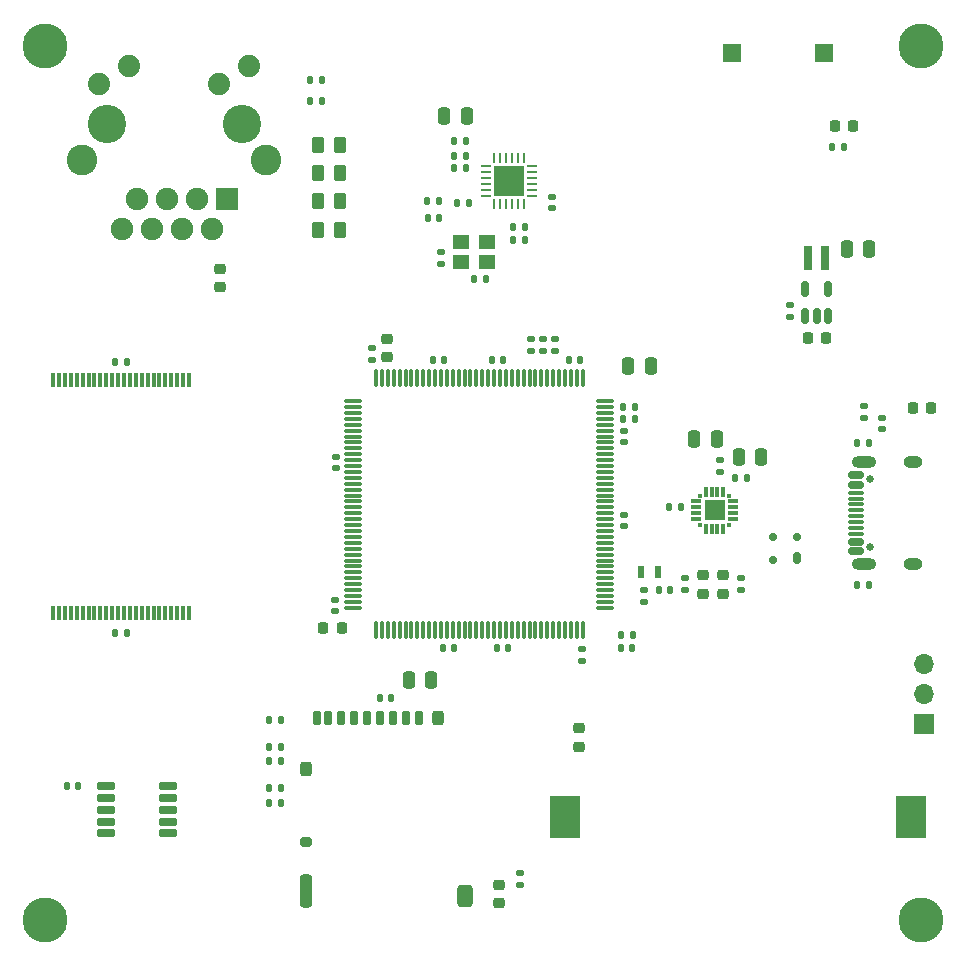
<source format=gts>
G04 #@! TF.GenerationSoftware,KiCad,Pcbnew,8.0.5-1.fc40*
G04 #@! TF.CreationDate,2024-10-08T11:32:39-07:00*
G04 #@! TF.ProjectId,stm32simh,73746d33-3273-4696-9d68-2e6b69636164,rev?*
G04 #@! TF.SameCoordinates,Original*
G04 #@! TF.FileFunction,Soldermask,Top*
G04 #@! TF.FilePolarity,Negative*
%FSLAX46Y46*%
G04 Gerber Fmt 4.6, Leading zero omitted, Abs format (unit mm)*
G04 Created by KiCad (PCBNEW 8.0.5-1.fc40) date 2024-10-08 11:32:39*
%MOMM*%
%LPD*%
G01*
G04 APERTURE LIST*
G04 Aperture macros list*
%AMRoundRect*
0 Rectangle with rounded corners*
0 $1 Rounding radius*
0 $2 $3 $4 $5 $6 $7 $8 $9 X,Y pos of 4 corners*
0 Add a 4 corners polygon primitive as box body*
4,1,4,$2,$3,$4,$5,$6,$7,$8,$9,$2,$3,0*
0 Add four circle primitives for the rounded corners*
1,1,$1+$1,$2,$3*
1,1,$1+$1,$4,$5*
1,1,$1+$1,$6,$7*
1,1,$1+$1,$8,$9*
0 Add four rect primitives between the rounded corners*
20,1,$1+$1,$2,$3,$4,$5,0*
20,1,$1+$1,$4,$5,$6,$7,0*
20,1,$1+$1,$6,$7,$8,$9,0*
20,1,$1+$1,$8,$9,$2,$3,0*%
G04 Aperture macros list end*
%ADD10RoundRect,0.135000X-0.185000X0.135000X-0.185000X-0.135000X0.185000X-0.135000X0.185000X0.135000X0*%
%ADD11RoundRect,0.225000X0.250000X-0.225000X0.250000X0.225000X-0.250000X0.225000X-0.250000X-0.225000X0*%
%ADD12RoundRect,0.218750X0.218750X0.256250X-0.218750X0.256250X-0.218750X-0.256250X0.218750X-0.256250X0*%
%ADD13RoundRect,0.135000X0.185000X-0.135000X0.185000X0.135000X-0.185000X0.135000X-0.185000X-0.135000X0*%
%ADD14RoundRect,0.140000X0.170000X-0.140000X0.170000X0.140000X-0.170000X0.140000X-0.170000X-0.140000X0*%
%ADD15C,3.800000*%
%ADD16RoundRect,0.135000X-0.135000X-0.185000X0.135000X-0.185000X0.135000X0.185000X-0.135000X0.185000X0*%
%ADD17RoundRect,0.140000X-0.140000X-0.170000X0.140000X-0.170000X0.140000X0.170000X-0.140000X0.170000X0*%
%ADD18RoundRect,0.250000X-0.262500X-0.450000X0.262500X-0.450000X0.262500X0.450000X-0.262500X0.450000X0*%
%ADD19R,1.700000X1.700000*%
%ADD20O,1.700000X1.700000*%
%ADD21RoundRect,0.250000X-0.250000X-0.475000X0.250000X-0.475000X0.250000X0.475000X-0.250000X0.475000X0*%
%ADD22RoundRect,0.140000X0.140000X0.170000X-0.140000X0.170000X-0.140000X-0.170000X0.140000X-0.170000X0*%
%ADD23RoundRect,0.250000X0.250000X0.475000X-0.250000X0.475000X-0.250000X-0.475000X0.250000X-0.475000X0*%
%ADD24RoundRect,0.175000X-0.175000X-0.425000X0.175000X-0.425000X0.175000X0.425000X-0.175000X0.425000X0*%
%ADD25RoundRect,0.200000X-0.300000X-0.200000X0.300000X-0.200000X0.300000X0.200000X-0.300000X0.200000X0*%
%ADD26RoundRect,0.250000X-0.250000X-0.350000X0.250000X-0.350000X0.250000X0.350000X-0.250000X0.350000X0*%
%ADD27RoundRect,0.250000X-0.250000X-1.150000X0.250000X-1.150000X0.250000X1.150000X-0.250000X1.150000X0*%
%ADD28RoundRect,0.325000X-0.325000X-0.625000X0.325000X-0.625000X0.325000X0.625000X-0.325000X0.625000X0*%
%ADD29RoundRect,0.062500X0.062500X-0.375000X0.062500X0.375000X-0.062500X0.375000X-0.062500X-0.375000X0*%
%ADD30RoundRect,0.062500X0.375000X-0.062500X0.375000X0.062500X-0.375000X0.062500X-0.375000X-0.062500X0*%
%ADD31R,2.500000X2.500000*%
%ADD32RoundRect,0.140000X-0.170000X0.140000X-0.170000X-0.140000X0.170000X-0.140000X0.170000X0.140000X0*%
%ADD33C,0.650000*%
%ADD34RoundRect,0.150000X0.500000X-0.150000X0.500000X0.150000X-0.500000X0.150000X-0.500000X-0.150000X0*%
%ADD35RoundRect,0.075000X0.575000X-0.075000X0.575000X0.075000X-0.575000X0.075000X-0.575000X-0.075000X0*%
%ADD36O,2.100000X1.000000*%
%ADD37O,1.600000X1.000000*%
%ADD38RoundRect,0.225000X-0.225000X-0.250000X0.225000X-0.250000X0.225000X0.250000X-0.225000X0.250000X0*%
%ADD39RoundRect,0.150000X-0.637500X-0.150000X0.637500X-0.150000X0.637500X0.150000X-0.637500X0.150000X0*%
%ADD40R,2.600000X3.600000*%
%ADD41C,3.250000*%
%ADD42C,1.890000*%
%ADD43R,1.900000X1.900000*%
%ADD44C,1.900000*%
%ADD45C,2.600000*%
%ADD46RoundRect,0.147500X-0.147500X-0.172500X0.147500X-0.172500X0.147500X0.172500X-0.147500X0.172500X0*%
%ADD47RoundRect,0.218750X-0.256250X0.218750X-0.256250X-0.218750X0.256250X-0.218750X0.256250X0.218750X0*%
%ADD48RoundRect,0.175000X0.175000X0.325000X-0.175000X0.325000X-0.175000X-0.325000X0.175000X-0.325000X0*%
%ADD49RoundRect,0.150000X0.200000X0.150000X-0.200000X0.150000X-0.200000X-0.150000X0.200000X-0.150000X0*%
%ADD50RoundRect,0.075000X0.662500X0.075000X-0.662500X0.075000X-0.662500X-0.075000X0.662500X-0.075000X0*%
%ADD51RoundRect,0.075000X0.075000X0.662500X-0.075000X0.662500X-0.075000X-0.662500X0.075000X-0.662500X0*%
%ADD52R,0.600000X1.100000*%
%ADD53R,1.800000X1.800000*%
%ADD54R,0.300000X0.300000*%
%ADD55R,0.900000X0.300000*%
%ADD56R,0.300000X0.900000*%
%ADD57RoundRect,0.147500X-0.172500X0.147500X-0.172500X-0.147500X0.172500X-0.147500X0.172500X0.147500X0*%
%ADD58R,1.500000X1.500000*%
%ADD59RoundRect,0.135000X0.135000X0.185000X-0.135000X0.185000X-0.135000X-0.185000X0.135000X-0.185000X0*%
%ADD60RoundRect,0.225000X-0.250000X0.225000X-0.250000X-0.225000X0.250000X-0.225000X0.250000X0.225000X0*%
%ADD61R,0.300000X1.300000*%
%ADD62RoundRect,0.218750X-0.218750X-0.256250X0.218750X-0.256250X0.218750X0.256250X-0.218750X0.256250X0*%
%ADD63R,1.400000X1.200000*%
%ADD64R,0.700000X2.000000*%
%ADD65RoundRect,0.150000X0.150000X-0.512500X0.150000X0.512500X-0.150000X0.512500X-0.150000X-0.512500X0*%
%ADD66RoundRect,0.225000X0.225000X0.250000X-0.225000X0.250000X-0.225000X-0.250000X0.225000X-0.250000X0*%
%ADD67RoundRect,0.218750X0.256250X-0.218750X0.256250X0.218750X-0.256250X0.218750X-0.256250X-0.218750X0*%
G04 APERTURE END LIST*
D10*
X175150000Y-52859000D03*
X175150000Y-53879000D03*
D11*
X141000000Y-57275000D03*
X141000000Y-55725000D03*
D12*
X187087500Y-61600000D03*
X185512500Y-61600000D03*
D13*
X181400000Y-62410000D03*
X181400000Y-61390000D03*
D14*
X169250000Y-66980000D03*
X169250000Y-66020000D03*
D15*
X186200000Y-30900000D03*
D16*
X180845000Y-64570000D03*
X181865000Y-64570000D03*
D17*
X170520000Y-67500000D03*
X171480000Y-67500000D03*
D13*
X155250000Y-56760000D03*
X155250000Y-55740000D03*
D18*
X135187500Y-44100000D03*
X137012500Y-44100000D03*
D19*
X186500000Y-88330000D03*
D20*
X186500000Y-85790000D03*
X186500000Y-83250000D03*
D14*
X136600000Y-78780000D03*
X136600000Y-77820000D03*
D21*
X170800000Y-65750000D03*
X172700000Y-65750000D03*
D22*
X147680000Y-41250000D03*
X146720000Y-41250000D03*
D23*
X168950000Y-64250000D03*
X167050000Y-64250000D03*
D10*
X152250000Y-100990000D03*
X152250000Y-102010000D03*
D21*
X145850000Y-36900000D03*
X147750000Y-36900000D03*
D24*
X143745000Y-87810000D03*
X142645000Y-87810000D03*
X141545000Y-87810000D03*
X140445000Y-87810000D03*
X139345000Y-87810000D03*
X138245000Y-87810000D03*
X137145000Y-87810000D03*
X136045000Y-87810000D03*
X135095000Y-87810000D03*
D25*
X134145000Y-98310000D03*
D26*
X134145000Y-92110000D03*
D27*
X134145000Y-102460000D03*
D26*
X145295000Y-87810000D03*
D28*
X147645000Y-102910000D03*
D16*
X164890000Y-70000000D03*
X165910000Y-70000000D03*
D29*
X150075000Y-44312500D03*
X150575000Y-44312500D03*
X151075000Y-44312500D03*
X151575000Y-44312500D03*
X152075000Y-44312500D03*
X152575000Y-44312500D03*
D30*
X153262500Y-43625000D03*
X153262500Y-43125000D03*
X153262500Y-42625000D03*
X153262500Y-42125000D03*
X153262500Y-41625000D03*
X153262500Y-41125000D03*
D29*
X152575000Y-40437500D03*
X152075000Y-40437500D03*
X151575000Y-40437500D03*
X151075000Y-40437500D03*
X150575000Y-40437500D03*
X150075000Y-40437500D03*
D30*
X149387500Y-41125000D03*
X149387500Y-41625000D03*
X149387500Y-42125000D03*
X149387500Y-42625000D03*
X149387500Y-43125000D03*
X149387500Y-43625000D03*
D31*
X151325000Y-42375000D03*
D21*
X179950000Y-48119000D03*
X181850000Y-48119000D03*
D17*
X148420000Y-50700000D03*
X149380000Y-50700000D03*
X144920000Y-57500000D03*
X145880000Y-57500000D03*
D32*
X161100000Y-70620000D03*
X161100000Y-71580000D03*
D14*
X161100000Y-64480000D03*
X161100000Y-63520000D03*
D33*
X181895000Y-73390000D03*
X181895000Y-67610000D03*
D34*
X180755000Y-73700000D03*
X180755000Y-72900000D03*
D35*
X180755000Y-71750000D03*
X180755000Y-70750000D03*
X180755000Y-70250000D03*
X180755000Y-69250000D03*
D34*
X180755000Y-68100000D03*
X180755000Y-67300000D03*
X180755000Y-67300000D03*
X180755000Y-68100000D03*
D35*
X180755000Y-68750000D03*
X180755000Y-69750000D03*
X180755000Y-71250000D03*
X180755000Y-72250000D03*
D34*
X180755000Y-72900000D03*
X180755000Y-73700000D03*
D36*
X181395000Y-74820000D03*
D37*
X185575000Y-74820000D03*
D36*
X181395000Y-66180000D03*
D37*
X185575000Y-66180000D03*
D16*
X178690000Y-39450000D03*
X179710000Y-39450000D03*
D38*
X176625000Y-55619000D03*
X178175000Y-55619000D03*
D16*
X130990000Y-91500000D03*
X132010000Y-91500000D03*
D18*
X135187500Y-46500000D03*
X137012500Y-46500000D03*
D39*
X117187500Y-93600000D03*
X117187500Y-94600000D03*
X117187500Y-95600000D03*
X117187500Y-96600000D03*
X117187500Y-97600000D03*
X122512500Y-97600000D03*
X122512500Y-96600000D03*
X122512500Y-95600000D03*
X122512500Y-94600000D03*
X122512500Y-93600000D03*
D40*
X156100000Y-96250000D03*
X185400000Y-96250000D03*
D41*
X128715000Y-37530000D03*
X117285000Y-37530000D03*
D42*
X116675000Y-34150000D03*
X119215000Y-32630000D03*
X126785000Y-34150000D03*
X129325000Y-32630000D03*
D43*
X127445000Y-43870000D03*
D44*
X126175000Y-46410000D03*
X124905000Y-43870000D03*
X123635000Y-46410000D03*
X122365000Y-43870000D03*
X121095000Y-46410000D03*
X119825000Y-43870000D03*
X118555000Y-46410000D03*
D45*
X130775000Y-40580000D03*
X115225000Y-40580000D03*
D21*
X142850000Y-84600000D03*
X144750000Y-84600000D03*
D46*
X144465000Y-45500000D03*
X145435000Y-45500000D03*
D47*
X169500000Y-75722500D03*
X169500000Y-77297500D03*
D17*
X161020000Y-62500000D03*
X161980000Y-62500000D03*
D48*
X175700000Y-74250000D03*
D49*
X175700000Y-72550000D03*
X173700000Y-72550000D03*
X173700000Y-74450000D03*
D16*
X130990000Y-90250000D03*
X132010000Y-90250000D03*
D15*
X112100000Y-30900000D03*
D17*
X118020000Y-80600000D03*
X118980000Y-80600000D03*
D50*
X159500000Y-78500000D03*
X159500000Y-78000000D03*
X159500000Y-77500000D03*
X159500000Y-77000000D03*
X159500000Y-76500000D03*
X159500000Y-76000000D03*
X159500000Y-75500000D03*
X159500000Y-75000000D03*
X159500000Y-74500000D03*
X159500000Y-74000000D03*
X159500000Y-73500000D03*
X159500000Y-73000000D03*
X159500000Y-72500000D03*
X159500000Y-72000000D03*
X159500000Y-71500000D03*
X159500000Y-71000000D03*
X159500000Y-70500000D03*
X159500000Y-70000000D03*
X159500000Y-69500000D03*
X159500000Y-69000000D03*
X159500000Y-68500000D03*
X159500000Y-68000000D03*
X159500000Y-67500000D03*
X159500000Y-67000000D03*
X159500000Y-66500000D03*
X159500000Y-66000000D03*
X159500000Y-65500000D03*
X159500000Y-65000000D03*
X159500000Y-64500000D03*
X159500000Y-64000000D03*
X159500000Y-63500000D03*
X159500000Y-63000000D03*
X159500000Y-62500000D03*
X159500000Y-62000000D03*
X159500000Y-61500000D03*
X159500000Y-61000000D03*
D51*
X157587500Y-59087500D03*
X157087500Y-59087500D03*
X156587500Y-59087500D03*
X156087500Y-59087500D03*
X155587500Y-59087500D03*
X155087500Y-59087500D03*
X154587500Y-59087500D03*
X154087500Y-59087500D03*
X153587500Y-59087500D03*
X153087500Y-59087500D03*
X152587500Y-59087500D03*
X152087500Y-59087500D03*
X151587500Y-59087500D03*
X151087500Y-59087500D03*
X150587500Y-59087500D03*
X150087500Y-59087500D03*
X149587500Y-59087500D03*
X149087500Y-59087500D03*
X148587500Y-59087500D03*
X148087500Y-59087500D03*
X147587500Y-59087500D03*
X147087500Y-59087500D03*
X146587500Y-59087500D03*
X146087500Y-59087500D03*
X145587500Y-59087500D03*
X145087500Y-59087500D03*
X144587500Y-59087500D03*
X144087500Y-59087500D03*
X143587500Y-59087500D03*
X143087500Y-59087500D03*
X142587500Y-59087500D03*
X142087500Y-59087500D03*
X141587500Y-59087500D03*
X141087500Y-59087500D03*
X140587500Y-59087500D03*
X140087500Y-59087500D03*
D50*
X138175000Y-61000000D03*
X138175000Y-61500000D03*
X138175000Y-62000000D03*
X138175000Y-62500000D03*
X138175000Y-63000000D03*
X138175000Y-63500000D03*
X138175000Y-64000000D03*
X138175000Y-64500000D03*
X138175000Y-65000000D03*
X138175000Y-65500000D03*
X138175000Y-66000000D03*
X138175000Y-66500000D03*
X138175000Y-67000000D03*
X138175000Y-67500000D03*
X138175000Y-68000000D03*
X138175000Y-68500000D03*
X138175000Y-69000000D03*
X138175000Y-69500000D03*
X138175000Y-70000000D03*
X138175000Y-70500000D03*
X138175000Y-71000000D03*
X138175000Y-71500000D03*
X138175000Y-72000000D03*
X138175000Y-72500000D03*
X138175000Y-73000000D03*
X138175000Y-73500000D03*
X138175000Y-74000000D03*
X138175000Y-74500000D03*
X138175000Y-75000000D03*
X138175000Y-75500000D03*
X138175000Y-76000000D03*
X138175000Y-76500000D03*
X138175000Y-77000000D03*
X138175000Y-77500000D03*
X138175000Y-78000000D03*
X138175000Y-78500000D03*
D51*
X140087500Y-80412500D03*
X140587500Y-80412500D03*
X141087500Y-80412500D03*
X141587500Y-80412500D03*
X142087500Y-80412500D03*
X142587500Y-80412500D03*
X143087500Y-80412500D03*
X143587500Y-80412500D03*
X144087500Y-80412500D03*
X144587500Y-80412500D03*
X145087500Y-80412500D03*
X145587500Y-80412500D03*
X146087500Y-80412500D03*
X146587500Y-80412500D03*
X147087500Y-80412500D03*
X147587500Y-80412500D03*
X148087500Y-80412500D03*
X148587500Y-80412500D03*
X149087500Y-80412500D03*
X149587500Y-80412500D03*
X150087500Y-80412500D03*
X150587500Y-80412500D03*
X151087500Y-80412500D03*
X151587500Y-80412500D03*
X152087500Y-80412500D03*
X152587500Y-80412500D03*
X153087500Y-80412500D03*
X153587500Y-80412500D03*
X154087500Y-80412500D03*
X154587500Y-80412500D03*
X155087500Y-80412500D03*
X155587500Y-80412500D03*
X156087500Y-80412500D03*
X156587500Y-80412500D03*
X157087500Y-80412500D03*
X157587500Y-80412500D03*
D13*
X154250000Y-56760000D03*
X154250000Y-55740000D03*
D52*
X162550000Y-75500000D03*
X163950000Y-75500000D03*
D53*
X168750000Y-70250000D03*
D54*
X170000000Y-71500000D03*
D55*
X170300000Y-71000000D03*
X170300000Y-70500000D03*
X170300000Y-70000000D03*
X170300000Y-69500000D03*
D54*
X170000000Y-69000000D03*
D56*
X169500000Y-68700000D03*
X169000000Y-68700000D03*
X168500000Y-68700000D03*
X168000000Y-68700000D03*
D54*
X167500000Y-69000000D03*
D55*
X167200000Y-69500000D03*
X167200000Y-70000000D03*
X167200000Y-70500000D03*
X167200000Y-71000000D03*
D54*
X167500000Y-71500000D03*
D56*
X168000000Y-71800000D03*
X168500000Y-71800000D03*
X169000000Y-71800000D03*
X169500000Y-71800000D03*
D14*
X136700000Y-66680000D03*
X136700000Y-65720000D03*
D18*
X135187500Y-41700000D03*
X137012500Y-41700000D03*
D10*
X166250000Y-76000000D03*
X166250000Y-77020000D03*
D32*
X155000000Y-43700000D03*
X155000000Y-44660000D03*
D57*
X182900000Y-62415000D03*
X182900000Y-63385000D03*
D58*
X170200000Y-31500000D03*
X178000000Y-31500000D03*
D59*
X135510000Y-35600000D03*
X134490000Y-35600000D03*
D16*
X130990000Y-93750000D03*
X132010000Y-93750000D03*
D14*
X145600000Y-49360000D03*
X145600000Y-48400000D03*
D59*
X181865000Y-76570000D03*
X180845000Y-76570000D03*
D22*
X147930000Y-44250000D03*
X146970000Y-44250000D03*
D47*
X167750000Y-75722500D03*
X167750000Y-77297500D03*
D60*
X126900000Y-49825000D03*
X126900000Y-51375000D03*
D15*
X112100000Y-104900000D03*
D16*
X146690000Y-39000000D03*
X147710000Y-39000000D03*
D22*
X152680000Y-47400000D03*
X151720000Y-47400000D03*
D61*
X112750000Y-78950000D03*
X113250000Y-78950000D03*
X113750000Y-78950000D03*
X114250000Y-78950000D03*
X114750000Y-78950000D03*
X115250000Y-78950000D03*
X115750000Y-78950000D03*
X116250000Y-78950000D03*
X116750000Y-78950000D03*
X117250000Y-78950000D03*
X117750000Y-78950000D03*
X118250000Y-78950000D03*
X118750000Y-78950000D03*
X119250000Y-78950000D03*
X119750000Y-78950000D03*
X120250000Y-78950000D03*
X120750000Y-78950000D03*
X121250000Y-78950000D03*
X121750000Y-78950000D03*
X122250000Y-78950000D03*
X122750000Y-78950000D03*
X123250000Y-78950000D03*
X123750000Y-78950000D03*
X124250000Y-78950000D03*
X124250000Y-59250000D03*
X123750000Y-59250000D03*
X123250000Y-59250000D03*
X122750000Y-59250000D03*
X122250000Y-59250000D03*
X121750000Y-59250000D03*
X121250000Y-59250000D03*
X120750000Y-59250000D03*
X120250000Y-59250000D03*
X119750000Y-59250000D03*
X119250000Y-59250000D03*
X118750000Y-59250000D03*
X118250000Y-59250000D03*
X117750000Y-59250000D03*
X117250000Y-59250000D03*
X116750000Y-59250000D03*
X116250000Y-59250000D03*
X115750000Y-59250000D03*
X115250000Y-59250000D03*
X114750000Y-59250000D03*
X114250000Y-59250000D03*
X113750000Y-59250000D03*
X113250000Y-59250000D03*
X112750000Y-59250000D03*
D21*
X161450000Y-58000000D03*
X163350000Y-58000000D03*
D59*
X145410000Y-44100000D03*
X144390000Y-44100000D03*
D32*
X157500000Y-82020000D03*
X157500000Y-82980000D03*
D62*
X178912500Y-37700000D03*
X180487500Y-37700000D03*
D15*
X186200000Y-104900000D03*
D63*
X147250000Y-49230000D03*
X149450000Y-49230000D03*
X149450000Y-47530000D03*
X147250000Y-47530000D03*
D16*
X134480000Y-33800000D03*
X135500000Y-33800000D03*
D14*
X139750000Y-57480000D03*
X139750000Y-56520000D03*
D47*
X157300000Y-88712500D03*
X157300000Y-90287500D03*
D17*
X156420000Y-57500000D03*
X157380000Y-57500000D03*
D16*
X130990000Y-95000000D03*
X132010000Y-95000000D03*
D22*
X114850000Y-93600000D03*
X113890000Y-93600000D03*
D59*
X161810000Y-80800000D03*
X160790000Y-80800000D03*
D64*
X176675000Y-48869000D03*
X178125000Y-48869000D03*
D17*
X160820000Y-81870000D03*
X161780000Y-81870000D03*
D22*
X152680000Y-46300000D03*
X151720000Y-46300000D03*
X146680000Y-81900000D03*
X145720000Y-81900000D03*
D17*
X164020000Y-77000000D03*
X164980000Y-77000000D03*
D65*
X176450000Y-53756500D03*
X177400000Y-53756500D03*
X178350000Y-53756500D03*
X178350000Y-51481500D03*
X176450000Y-51481500D03*
D10*
X171000000Y-76000000D03*
X171000000Y-77020000D03*
D17*
X140420000Y-86100000D03*
X141380000Y-86100000D03*
D66*
X137175000Y-80200000D03*
X135625000Y-80200000D03*
D17*
X161020000Y-61500000D03*
X161980000Y-61500000D03*
D16*
X130990000Y-88000000D03*
X132010000Y-88000000D03*
D17*
X149920000Y-57500000D03*
X150880000Y-57500000D03*
D18*
X135187500Y-39300000D03*
X137012500Y-39300000D03*
D13*
X153250000Y-56760000D03*
X153250000Y-55740000D03*
D67*
X150500000Y-103537500D03*
X150500000Y-101962500D03*
D32*
X162750000Y-77020000D03*
X162750000Y-77980000D03*
D16*
X146690000Y-40250000D03*
X147710000Y-40250000D03*
D22*
X151300000Y-81900000D03*
X150340000Y-81900000D03*
D17*
X118020000Y-57700000D03*
X118980000Y-57700000D03*
M02*

</source>
